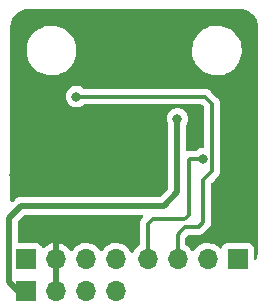
<source format=gbr>
%TF.GenerationSoftware,KiCad,Pcbnew,(6.0.0)*%
%TF.CreationDate,2022-05-15T17:50:44-05:00*%
%TF.ProjectId,MiCS_Sensor,4d694353-5f53-4656-9e73-6f722e6b6963,rev?*%
%TF.SameCoordinates,Original*%
%TF.FileFunction,Copper,L2,Bot*%
%TF.FilePolarity,Positive*%
%FSLAX46Y46*%
G04 Gerber Fmt 4.6, Leading zero omitted, Abs format (unit mm)*
G04 Created by KiCad (PCBNEW (6.0.0)) date 2022-05-15 17:50:44*
%MOMM*%
%LPD*%
G01*
G04 APERTURE LIST*
%TA.AperFunction,ComponentPad*%
%ADD10R,1.700000X1.700000*%
%TD*%
%TA.AperFunction,ComponentPad*%
%ADD11O,1.700000X1.700000*%
%TD*%
%TA.AperFunction,ViaPad*%
%ADD12C,0.800000*%
%TD*%
%TA.AperFunction,Conductor*%
%ADD13C,0.500000*%
%TD*%
%TA.AperFunction,Conductor*%
%ADD14C,0.300000*%
%TD*%
G04 APERTURE END LIST*
D10*
%TO.P,J3,1,Pin_1*%
%TO.N,/BOOT*%
X148844000Y-89662000D03*
D11*
%TO.P,J3,2,Pin_2*%
%TO.N,GND*%
X151384000Y-89662000D03*
%TO.P,J3,3,Pin_3*%
%TO.N,/TX*%
X153924000Y-89662000D03*
%TO.P,J3,4,Pin_4*%
%TO.N,/RX*%
X156464000Y-89662000D03*
%TD*%
D10*
%TO.P,J2,1,Pin_1*%
%TO.N,+3V3*%
X148844000Y-92330000D03*
D11*
%TO.P,J2,2,Pin_2*%
%TO.N,GND*%
X151384000Y-92330000D03*
%TO.P,J2,3,Pin_3*%
%TO.N,/SCL*%
X153924000Y-92330000D03*
%TO.P,J2,4,Pin_4*%
%TO.N,/SDA*%
X156464000Y-92330000D03*
%TD*%
D10*
%TO.P,J1,1,Pin_1*%
%TO.N,+BATT*%
X166751000Y-89662000D03*
D11*
%TO.P,J1,2,Pin_2*%
%TO.N,/IO2*%
X164211000Y-89662000D03*
%TO.P,J1,3,Pin_3*%
%TO.N,/IO1*%
X161671000Y-89662000D03*
%TO.P,J1,4,Pin_4*%
%TO.N,/AIN*%
X159131000Y-89662000D03*
%TD*%
D12*
%TO.N,GND*%
X159000000Y-72000000D03*
X164950000Y-87050000D03*
X158000000Y-72000000D03*
X167100000Y-87050000D03*
X157950000Y-87100000D03*
X164950000Y-84420000D03*
X156000000Y-72000000D03*
X147820000Y-82570000D03*
X157000000Y-72000000D03*
%TO.N,+3V3*%
X161650000Y-77780000D03*
%TO.N,/AIN*%
X163850000Y-81150000D03*
%TO.N,/IO1*%
X153100000Y-75900000D03*
%TD*%
D13*
%TO.N,GND*%
X151384000Y-92330000D02*
X151384000Y-89662000D01*
%TO.N,+3V3*%
X148190000Y-92330000D02*
X147420000Y-91560000D01*
X148420000Y-85160000D02*
X160510000Y-85160000D01*
X148844000Y-92330000D02*
X148190000Y-92330000D01*
X147420000Y-86160000D02*
X148420000Y-85160000D01*
X147420000Y-91560000D02*
X147420000Y-86160000D01*
X161650000Y-84020000D02*
X161650000Y-77780000D01*
X160510000Y-85160000D02*
X161650000Y-84020000D01*
D14*
%TO.N,/AIN*%
X162350000Y-86150000D02*
X162600000Y-85900000D01*
X162600000Y-81300000D02*
X162750000Y-81150000D01*
X162600000Y-83050000D02*
X162600000Y-81300000D01*
X159131000Y-86669000D02*
X159550000Y-86250000D01*
X162600000Y-85900000D02*
X162600000Y-83050000D01*
X161750000Y-86250000D02*
X162250000Y-86250000D01*
X162750000Y-81150000D02*
X163850000Y-81150000D01*
X162250000Y-86250000D02*
X162350000Y-86150000D01*
X159131000Y-89662000D02*
X159131000Y-86669000D01*
X159550000Y-86250000D02*
X161750000Y-86250000D01*
%TO.N,/IO1*%
X161900000Y-87350000D02*
X162300000Y-86950000D01*
X164599511Y-76499511D02*
X164000000Y-75900000D01*
X161671000Y-89662000D02*
X161671000Y-87579000D01*
X163450000Y-86950000D02*
X163850000Y-86550000D01*
X163850000Y-82950000D02*
X164400000Y-82400000D01*
X163850000Y-86400000D02*
X163850000Y-82950000D01*
X164400000Y-82400000D02*
X164599511Y-82200489D01*
X164000000Y-75900000D02*
X153100000Y-75900000D01*
X164599511Y-82200489D02*
X164599511Y-76499511D01*
X163850000Y-86550000D02*
X163850000Y-86400000D01*
X162300000Y-86950000D02*
X163450000Y-86950000D01*
X161671000Y-87579000D02*
X161900000Y-87350000D01*
%TD*%
%TA.AperFunction,Conductor*%
%TO.N,GND*%
G36*
X158714170Y-85938502D02*
G01*
X158760663Y-85992158D01*
X158770767Y-86062432D01*
X158741273Y-86127012D01*
X158735144Y-86133595D01*
X158723391Y-86145348D01*
X158714612Y-86153337D01*
X158707920Y-86157584D01*
X158702495Y-86163361D01*
X158659395Y-86209258D01*
X158656640Y-86212100D01*
X158636073Y-86232667D01*
X158633356Y-86236170D01*
X158625648Y-86245195D01*
X158594028Y-86278867D01*
X158590207Y-86285818D01*
X158590206Y-86285819D01*
X158583697Y-86297658D01*
X158572843Y-86314182D01*
X158565018Y-86324271D01*
X158559696Y-86331132D01*
X158556549Y-86338404D01*
X158556548Y-86338406D01*
X158541346Y-86373535D01*
X158536124Y-86384195D01*
X158513876Y-86424663D01*
X158508541Y-86445441D01*
X158502142Y-86464131D01*
X158493620Y-86483824D01*
X158492380Y-86491655D01*
X158486394Y-86529448D01*
X158483987Y-86541071D01*
X158472500Y-86585812D01*
X158472500Y-86607259D01*
X158470949Y-86626969D01*
X158467594Y-86648152D01*
X158470409Y-86677926D01*
X158471941Y-86694138D01*
X158472500Y-86705996D01*
X158472500Y-88396705D01*
X158452498Y-88464826D01*
X158412441Y-88501572D01*
X158413570Y-88503364D01*
X158409200Y-88506116D01*
X158404607Y-88508507D01*
X158225965Y-88642635D01*
X158200541Y-88669240D01*
X158132280Y-88740671D01*
X158071629Y-88804138D01*
X157945743Y-88988680D01*
X157943565Y-88993373D01*
X157943560Y-88993381D01*
X157912463Y-89060374D01*
X157865639Y-89113741D01*
X157797396Y-89133321D01*
X157729400Y-89112897D01*
X157682628Y-89057567D01*
X157665354Y-89017840D01*
X157544014Y-88830277D01*
X157393670Y-88665051D01*
X157389619Y-88661852D01*
X157389615Y-88661848D01*
X157222414Y-88529800D01*
X157222410Y-88529798D01*
X157218359Y-88526598D01*
X157182028Y-88506542D01*
X157166136Y-88497769D01*
X157022789Y-88418638D01*
X157017920Y-88416914D01*
X157017916Y-88416912D01*
X156817087Y-88345795D01*
X156817083Y-88345794D01*
X156812212Y-88344069D01*
X156807119Y-88343162D01*
X156807116Y-88343161D01*
X156597373Y-88305800D01*
X156597367Y-88305799D01*
X156592284Y-88304894D01*
X156518452Y-88303992D01*
X156374081Y-88302228D01*
X156374079Y-88302228D01*
X156368911Y-88302165D01*
X156148091Y-88335955D01*
X155935756Y-88405357D01*
X155862757Y-88443358D01*
X155747487Y-88503364D01*
X155737607Y-88508507D01*
X155733474Y-88511610D01*
X155733471Y-88511612D01*
X155563100Y-88639530D01*
X155558965Y-88642635D01*
X155533541Y-88669240D01*
X155465280Y-88740671D01*
X155404629Y-88804138D01*
X155297201Y-88961621D01*
X155242293Y-89006621D01*
X155171768Y-89014792D01*
X155108021Y-88983538D01*
X155087324Y-88959054D01*
X155006822Y-88834617D01*
X155006820Y-88834614D01*
X155004014Y-88830277D01*
X154853670Y-88665051D01*
X154849619Y-88661852D01*
X154849615Y-88661848D01*
X154682414Y-88529800D01*
X154682410Y-88529798D01*
X154678359Y-88526598D01*
X154642028Y-88506542D01*
X154626136Y-88497769D01*
X154482789Y-88418638D01*
X154477920Y-88416914D01*
X154477916Y-88416912D01*
X154277087Y-88345795D01*
X154277083Y-88345794D01*
X154272212Y-88344069D01*
X154267119Y-88343162D01*
X154267116Y-88343161D01*
X154057373Y-88305800D01*
X154057367Y-88305799D01*
X154052284Y-88304894D01*
X153978452Y-88303992D01*
X153834081Y-88302228D01*
X153834079Y-88302228D01*
X153828911Y-88302165D01*
X153608091Y-88335955D01*
X153395756Y-88405357D01*
X153322757Y-88443358D01*
X153207487Y-88503364D01*
X153197607Y-88508507D01*
X153193474Y-88511610D01*
X153193471Y-88511612D01*
X153023100Y-88639530D01*
X153018965Y-88642635D01*
X152993541Y-88669240D01*
X152925280Y-88740671D01*
X152864629Y-88804138D01*
X152757204Y-88961618D01*
X152756898Y-88962066D01*
X152701987Y-89007069D01*
X152631462Y-89015240D01*
X152567715Y-88983986D01*
X152547018Y-88959502D01*
X152466426Y-88834926D01*
X152460136Y-88826757D01*
X152316806Y-88669240D01*
X152309273Y-88662215D01*
X152142139Y-88530222D01*
X152133552Y-88524517D01*
X151947117Y-88421599D01*
X151937705Y-88417369D01*
X151736959Y-88346280D01*
X151726988Y-88343646D01*
X151655837Y-88330972D01*
X151642540Y-88332432D01*
X151638000Y-88346989D01*
X151638000Y-91000000D01*
X151130000Y-91000000D01*
X151130000Y-88345102D01*
X151126082Y-88331758D01*
X151111806Y-88329771D01*
X151073324Y-88335660D01*
X151063288Y-88338051D01*
X150860868Y-88404212D01*
X150851359Y-88408209D01*
X150662463Y-88506542D01*
X150653738Y-88512036D01*
X150483433Y-88639905D01*
X150475726Y-88646748D01*
X150398478Y-88727584D01*
X150336954Y-88763014D01*
X150266042Y-88759557D01*
X150208255Y-88718311D01*
X150189402Y-88684763D01*
X150147767Y-88573703D01*
X150144615Y-88565295D01*
X150057261Y-88448739D01*
X149940705Y-88361385D01*
X149804316Y-88310255D01*
X149742134Y-88303500D01*
X148304500Y-88303500D01*
X148236379Y-88283498D01*
X148189886Y-88229842D01*
X148178500Y-88177500D01*
X148178500Y-86526371D01*
X148198502Y-86458250D01*
X148215405Y-86437276D01*
X148697276Y-85955405D01*
X148759588Y-85921379D01*
X148786371Y-85918500D01*
X158646049Y-85918500D01*
X158714170Y-85938502D01*
G37*
%TD.AperFunction*%
%TA.AperFunction,Conductor*%
G36*
X166970056Y-68509500D02*
G01*
X166972284Y-68509847D01*
X166984859Y-68511805D01*
X166984861Y-68511805D01*
X166993730Y-68513186D01*
X167002632Y-68512022D01*
X167002634Y-68512022D01*
X167008959Y-68511195D01*
X167034282Y-68510452D01*
X167198126Y-68522170D01*
X167203343Y-68522543D01*
X167221137Y-68525101D01*
X167411540Y-68566521D01*
X167428788Y-68571586D01*
X167611358Y-68639682D01*
X167627710Y-68647149D01*
X167693020Y-68682810D01*
X167798734Y-68740534D01*
X167813848Y-68750248D01*
X167923516Y-68832344D01*
X167969842Y-68867023D01*
X167983428Y-68878796D01*
X168121204Y-69016572D01*
X168132977Y-69030158D01*
X168249752Y-69186152D01*
X168259469Y-69201271D01*
X168352851Y-69372290D01*
X168360318Y-69388642D01*
X168428414Y-69571212D01*
X168433480Y-69588462D01*
X168474899Y-69778863D01*
X168477457Y-69796658D01*
X168489041Y-69958629D01*
X168488297Y-69976533D01*
X168488195Y-69984858D01*
X168486814Y-69993730D01*
X168487978Y-70002632D01*
X168487978Y-70002635D01*
X168490936Y-70025251D01*
X168492000Y-70041589D01*
X168492000Y-88950672D01*
X168490500Y-88970057D01*
X168488267Y-88984401D01*
X168486814Y-88993730D01*
X168487978Y-89002632D01*
X168487978Y-89002634D01*
X168488805Y-89008959D01*
X168489548Y-89034287D01*
X168477457Y-89203343D01*
X168474899Y-89221137D01*
X168433480Y-89411538D01*
X168428414Y-89428788D01*
X168360318Y-89611358D01*
X168352853Y-89627707D01*
X168352314Y-89628695D01*
X168346089Y-89640095D01*
X168295887Y-89690298D01*
X168226513Y-89705390D01*
X168159993Y-89680580D01*
X168117445Y-89623745D01*
X168109500Y-89579711D01*
X168109500Y-88763866D01*
X168102745Y-88701684D01*
X168051615Y-88565295D01*
X167964261Y-88448739D01*
X167847705Y-88361385D01*
X167711316Y-88310255D01*
X167649134Y-88303500D01*
X165852866Y-88303500D01*
X165790684Y-88310255D01*
X165654295Y-88361385D01*
X165537739Y-88448739D01*
X165450385Y-88565295D01*
X165447233Y-88573703D01*
X165405919Y-88683907D01*
X165363277Y-88740671D01*
X165296716Y-88765371D01*
X165227367Y-88750163D01*
X165194743Y-88724476D01*
X165144151Y-88668875D01*
X165144142Y-88668866D01*
X165140670Y-88665051D01*
X165136619Y-88661852D01*
X165136615Y-88661848D01*
X164969414Y-88529800D01*
X164969410Y-88529798D01*
X164965359Y-88526598D01*
X164929028Y-88506542D01*
X164913136Y-88497769D01*
X164769789Y-88418638D01*
X164764920Y-88416914D01*
X164764916Y-88416912D01*
X164564087Y-88345795D01*
X164564083Y-88345794D01*
X164559212Y-88344069D01*
X164554119Y-88343162D01*
X164554116Y-88343161D01*
X164344373Y-88305800D01*
X164344367Y-88305799D01*
X164339284Y-88304894D01*
X164265452Y-88303992D01*
X164121081Y-88302228D01*
X164121079Y-88302228D01*
X164115911Y-88302165D01*
X163895091Y-88335955D01*
X163682756Y-88405357D01*
X163609757Y-88443358D01*
X163494487Y-88503364D01*
X163484607Y-88508507D01*
X163480474Y-88511610D01*
X163480471Y-88511612D01*
X163310100Y-88639530D01*
X163305965Y-88642635D01*
X163280541Y-88669240D01*
X163212280Y-88740671D01*
X163151629Y-88804138D01*
X163044201Y-88961621D01*
X162989293Y-89006621D01*
X162918768Y-89014792D01*
X162855021Y-88983538D01*
X162834324Y-88959054D01*
X162753822Y-88834617D01*
X162753820Y-88834614D01*
X162751014Y-88830277D01*
X162600670Y-88665051D01*
X162596619Y-88661852D01*
X162596615Y-88661848D01*
X162429412Y-88529799D01*
X162425359Y-88526598D01*
X162420841Y-88524104D01*
X162420835Y-88524100D01*
X162394605Y-88509620D01*
X162344635Y-88459187D01*
X162329500Y-88399312D01*
X162329500Y-87903950D01*
X162349502Y-87835829D01*
X162366405Y-87814855D01*
X162394928Y-87786332D01*
X162535854Y-87645405D01*
X162598166Y-87611379D01*
X162624949Y-87608500D01*
X163367944Y-87608500D01*
X163379800Y-87609059D01*
X163379803Y-87609059D01*
X163387537Y-87610788D01*
X163458369Y-87608562D01*
X163462327Y-87608500D01*
X163491432Y-87608500D01*
X163495832Y-87607944D01*
X163507664Y-87607012D01*
X163553831Y-87605562D01*
X163574421Y-87599580D01*
X163593782Y-87595570D01*
X163600770Y-87594688D01*
X163607204Y-87593875D01*
X163607205Y-87593875D01*
X163615064Y-87592882D01*
X163622429Y-87589966D01*
X163622433Y-87589965D01*
X163658021Y-87575874D01*
X163669231Y-87572035D01*
X163713600Y-87559145D01*
X163732065Y-87548225D01*
X163749805Y-87539534D01*
X163769756Y-87531635D01*
X163807129Y-87504482D01*
X163817048Y-87497967D01*
X163849977Y-87478493D01*
X163849981Y-87478490D01*
X163856807Y-87474453D01*
X163871971Y-87459289D01*
X163887005Y-87446448D01*
X163904357Y-87433841D01*
X163933803Y-87398246D01*
X163941792Y-87389468D01*
X164257605Y-87073654D01*
X164266385Y-87065664D01*
X164273080Y-87061416D01*
X164321620Y-87009726D01*
X164324374Y-87006885D01*
X164344926Y-86986333D01*
X164347638Y-86982837D01*
X164355349Y-86973808D01*
X164381544Y-86945913D01*
X164386972Y-86940133D01*
X164397301Y-86921345D01*
X164408158Y-86904816D01*
X164416447Y-86894131D01*
X164416448Y-86894129D01*
X164421304Y-86887869D01*
X164439657Y-86845456D01*
X164444868Y-86834819D01*
X164467124Y-86794337D01*
X164472457Y-86773566D01*
X164478859Y-86754864D01*
X164487379Y-86735177D01*
X164494605Y-86689552D01*
X164497013Y-86677926D01*
X164506529Y-86640865D01*
X164506529Y-86640864D01*
X164508500Y-86633188D01*
X164508500Y-86611742D01*
X164510051Y-86592031D01*
X164512166Y-86578678D01*
X164513406Y-86570849D01*
X164509059Y-86524864D01*
X164508500Y-86513006D01*
X164508500Y-83274951D01*
X164528502Y-83206830D01*
X164545404Y-83185856D01*
X164806805Y-82924454D01*
X164806807Y-82924453D01*
X165007126Y-82724134D01*
X165015896Y-82716154D01*
X165015898Y-82716152D01*
X165022591Y-82711905D01*
X165071116Y-82660231D01*
X165073870Y-82657390D01*
X165094438Y-82636822D01*
X165097158Y-82633315D01*
X165104864Y-82624293D01*
X165131055Y-82596402D01*
X165136483Y-82590622D01*
X165140305Y-82583670D01*
X165146814Y-82571831D01*
X165157668Y-82555307D01*
X165165954Y-82544624D01*
X165165955Y-82544623D01*
X165170815Y-82538357D01*
X165189165Y-82495953D01*
X165194380Y-82485308D01*
X165216635Y-82444826D01*
X165218605Y-82437152D01*
X165218608Y-82437145D01*
X165221966Y-82424063D01*
X165228372Y-82405351D01*
X165233744Y-82392937D01*
X165236891Y-82385666D01*
X165244119Y-82340030D01*
X165246523Y-82328419D01*
X165258011Y-82283677D01*
X165258011Y-82262231D01*
X165259562Y-82242521D01*
X165261677Y-82229167D01*
X165261677Y-82229166D01*
X165262917Y-82221337D01*
X165258570Y-82175348D01*
X165258011Y-82163493D01*
X165258011Y-76581571D01*
X165258570Y-76569714D01*
X165260300Y-76561974D01*
X165258073Y-76491110D01*
X165258011Y-76487152D01*
X165258011Y-76458079D01*
X165257458Y-76453700D01*
X165256525Y-76441857D01*
X165255323Y-76403600D01*
X165255323Y-76403599D01*
X165255074Y-76395680D01*
X165249090Y-76375082D01*
X165245082Y-76355729D01*
X165244643Y-76352254D01*
X165242393Y-76334447D01*
X165225386Y-76291493D01*
X165221540Y-76280258D01*
X165210869Y-76243527D01*
X165210868Y-76243524D01*
X165208656Y-76235911D01*
X165197736Y-76217446D01*
X165189045Y-76199706D01*
X165181146Y-76179755D01*
X165153993Y-76142382D01*
X165147478Y-76132463D01*
X165128004Y-76099534D01*
X165128001Y-76099530D01*
X165123964Y-76092704D01*
X165108800Y-76077540D01*
X165095959Y-76062506D01*
X165088012Y-76051568D01*
X165083352Y-76045154D01*
X165047758Y-76015708D01*
X165038979Y-76007719D01*
X164523655Y-75492395D01*
X164515665Y-75483615D01*
X164515663Y-75483613D01*
X164511416Y-75476920D01*
X164459742Y-75428395D01*
X164456901Y-75425641D01*
X164436333Y-75405073D01*
X164432826Y-75402353D01*
X164423804Y-75394647D01*
X164395913Y-75368456D01*
X164390133Y-75363028D01*
X164383181Y-75359206D01*
X164371342Y-75352697D01*
X164354818Y-75341843D01*
X164344132Y-75333555D01*
X164337868Y-75328696D01*
X164330596Y-75325549D01*
X164330594Y-75325548D01*
X164295465Y-75310346D01*
X164284805Y-75305124D01*
X164251284Y-75286695D01*
X164251282Y-75286694D01*
X164244337Y-75282876D01*
X164223559Y-75277541D01*
X164204869Y-75271142D01*
X164185176Y-75262620D01*
X164139552Y-75255394D01*
X164127929Y-75252987D01*
X164099928Y-75245798D01*
X164083188Y-75241500D01*
X164061741Y-75241500D01*
X164042031Y-75239949D01*
X164028677Y-75237834D01*
X164020848Y-75236594D01*
X163974859Y-75240941D01*
X163963004Y-75241500D01*
X153780224Y-75241500D01*
X153712103Y-75221498D01*
X153706163Y-75217436D01*
X153705909Y-75217251D01*
X153556752Y-75108882D01*
X153550724Y-75106198D01*
X153550722Y-75106197D01*
X153388319Y-75033891D01*
X153388318Y-75033891D01*
X153382288Y-75031206D01*
X153288888Y-75011353D01*
X153201944Y-74992872D01*
X153201939Y-74992872D01*
X153195487Y-74991500D01*
X153004513Y-74991500D01*
X152998061Y-74992872D01*
X152998056Y-74992872D01*
X152911112Y-75011353D01*
X152817712Y-75031206D01*
X152811682Y-75033891D01*
X152811681Y-75033891D01*
X152649278Y-75106197D01*
X152649276Y-75106198D01*
X152643248Y-75108882D01*
X152488747Y-75221134D01*
X152484326Y-75226044D01*
X152484325Y-75226045D01*
X152374589Y-75347920D01*
X152360960Y-75363056D01*
X152265473Y-75528444D01*
X152206458Y-75710072D01*
X152186496Y-75900000D01*
X152187186Y-75906565D01*
X152197818Y-76007719D01*
X152206458Y-76089928D01*
X152265473Y-76271556D01*
X152360960Y-76436944D01*
X152365378Y-76441851D01*
X152365379Y-76441852D01*
X152484325Y-76573955D01*
X152488747Y-76578866D01*
X152643248Y-76691118D01*
X152649276Y-76693802D01*
X152649278Y-76693803D01*
X152742631Y-76735366D01*
X152817712Y-76768794D01*
X152911112Y-76788647D01*
X152998056Y-76807128D01*
X152998061Y-76807128D01*
X153004513Y-76808500D01*
X153195487Y-76808500D01*
X153201939Y-76807128D01*
X153201944Y-76807128D01*
X153288888Y-76788647D01*
X153382288Y-76768794D01*
X153457369Y-76735366D01*
X153550722Y-76693803D01*
X153550724Y-76693802D01*
X153556752Y-76691118D01*
X153706163Y-76582564D01*
X153773031Y-76558706D01*
X153780224Y-76558500D01*
X163675050Y-76558500D01*
X163743171Y-76578502D01*
X163764145Y-76595405D01*
X163904106Y-76735366D01*
X163938132Y-76797678D01*
X163941011Y-76824461D01*
X163941011Y-80115500D01*
X163921009Y-80183621D01*
X163867353Y-80230114D01*
X163815011Y-80241500D01*
X163754513Y-80241500D01*
X163748061Y-80242872D01*
X163748056Y-80242872D01*
X163661112Y-80261353D01*
X163567712Y-80281206D01*
X163561682Y-80283891D01*
X163561681Y-80283891D01*
X163399278Y-80356197D01*
X163399276Y-80356198D01*
X163393248Y-80358882D01*
X163387907Y-80362762D01*
X163387906Y-80362763D01*
X163243837Y-80467436D01*
X163176969Y-80491294D01*
X163169776Y-80491500D01*
X162832056Y-80491500D01*
X162820200Y-80490941D01*
X162820197Y-80490941D01*
X162812463Y-80489212D01*
X162757446Y-80490941D01*
X162741631Y-80491438D01*
X162737673Y-80491500D01*
X162708568Y-80491500D01*
X162704168Y-80492056D01*
X162692336Y-80492988D01*
X162646169Y-80494438D01*
X162625579Y-80500420D01*
X162606218Y-80504430D01*
X162599230Y-80505312D01*
X162592796Y-80506125D01*
X162592795Y-80506125D01*
X162584936Y-80507118D01*
X162577571Y-80510034D01*
X162569887Y-80512007D01*
X162569316Y-80509784D01*
X162510175Y-80515200D01*
X162447198Y-80482423D01*
X162411938Y-80420801D01*
X162408500Y-80391570D01*
X162408500Y-78316999D01*
X162425381Y-78253999D01*
X162481223Y-78157279D01*
X162481224Y-78157278D01*
X162484527Y-78151556D01*
X162543542Y-77969928D01*
X162563504Y-77780000D01*
X162543542Y-77590072D01*
X162484527Y-77408444D01*
X162389040Y-77243056D01*
X162261253Y-77101134D01*
X162106752Y-76988882D01*
X162100724Y-76986198D01*
X162100722Y-76986197D01*
X161938319Y-76913891D01*
X161938318Y-76913891D01*
X161932288Y-76911206D01*
X161838887Y-76891353D01*
X161751944Y-76872872D01*
X161751939Y-76872872D01*
X161745487Y-76871500D01*
X161554513Y-76871500D01*
X161548061Y-76872872D01*
X161548056Y-76872872D01*
X161461113Y-76891353D01*
X161367712Y-76911206D01*
X161361682Y-76913891D01*
X161361681Y-76913891D01*
X161199278Y-76986197D01*
X161199276Y-76986198D01*
X161193248Y-76988882D01*
X161038747Y-77101134D01*
X160910960Y-77243056D01*
X160815473Y-77408444D01*
X160756458Y-77590072D01*
X160736496Y-77780000D01*
X160756458Y-77969928D01*
X160815473Y-78151556D01*
X160818776Y-78157278D01*
X160818777Y-78157279D01*
X160874619Y-78253999D01*
X160891500Y-78316999D01*
X160891500Y-83653629D01*
X160871498Y-83721750D01*
X160854595Y-83742724D01*
X160232724Y-84364595D01*
X160170412Y-84398621D01*
X160143629Y-84401500D01*
X148487070Y-84401500D01*
X148468120Y-84400067D01*
X148453885Y-84397901D01*
X148453881Y-84397901D01*
X148446651Y-84396801D01*
X148439359Y-84397394D01*
X148439356Y-84397394D01*
X148393982Y-84401085D01*
X148383767Y-84401500D01*
X148375707Y-84401500D01*
X148372073Y-84401924D01*
X148372067Y-84401924D01*
X148359042Y-84403443D01*
X148347480Y-84404791D01*
X148343132Y-84405221D01*
X148321059Y-84407016D01*
X148277662Y-84410546D01*
X148277659Y-84410547D01*
X148270364Y-84411140D01*
X148263400Y-84413396D01*
X148257461Y-84414583D01*
X148251590Y-84415970D01*
X148244319Y-84416818D01*
X148237443Y-84419314D01*
X148237434Y-84419316D01*
X148175702Y-84441725D01*
X148171598Y-84443135D01*
X148102101Y-84465648D01*
X148095846Y-84469444D01*
X148090387Y-84471943D01*
X148084939Y-84474671D01*
X148078063Y-84477167D01*
X148017010Y-84517195D01*
X148013337Y-84519513D01*
X147950893Y-84557405D01*
X147942517Y-84564802D01*
X147942493Y-84564775D01*
X147939499Y-84567430D01*
X147936268Y-84570132D01*
X147930148Y-84574144D01*
X147925116Y-84579456D01*
X147876872Y-84630383D01*
X147874494Y-84632825D01*
X147723095Y-84784224D01*
X147660783Y-84818250D01*
X147589968Y-84813185D01*
X147533132Y-84770638D01*
X147508321Y-84704118D01*
X147508000Y-84695129D01*
X147508000Y-72132703D01*
X148890743Y-72132703D01*
X148928268Y-72417734D01*
X149004129Y-72695036D01*
X149116923Y-72959476D01*
X149264561Y-73206161D01*
X149444313Y-73430528D01*
X149652851Y-73628423D01*
X149886317Y-73796186D01*
X149890112Y-73798195D01*
X149890113Y-73798196D01*
X149911869Y-73809715D01*
X150140392Y-73930712D01*
X150410373Y-74029511D01*
X150691264Y-74090755D01*
X150719841Y-74093004D01*
X150914282Y-74108307D01*
X150914291Y-74108307D01*
X150916739Y-74108500D01*
X151072271Y-74108500D01*
X151074407Y-74108354D01*
X151074418Y-74108354D01*
X151282548Y-74094165D01*
X151282554Y-74094164D01*
X151286825Y-74093873D01*
X151291020Y-74093004D01*
X151291022Y-74093004D01*
X151427583Y-74064724D01*
X151568342Y-74035574D01*
X151839343Y-73939607D01*
X152094812Y-73807750D01*
X152098313Y-73805289D01*
X152098317Y-73805287D01*
X152212417Y-73725096D01*
X152330023Y-73642441D01*
X152540622Y-73446740D01*
X152722713Y-73224268D01*
X152872927Y-72979142D01*
X152988483Y-72715898D01*
X153067244Y-72439406D01*
X153107751Y-72154784D01*
X153107845Y-72136951D01*
X153107867Y-72132703D01*
X162890743Y-72132703D01*
X162928268Y-72417734D01*
X163004129Y-72695036D01*
X163116923Y-72959476D01*
X163264561Y-73206161D01*
X163444313Y-73430528D01*
X163652851Y-73628423D01*
X163886317Y-73796186D01*
X163890112Y-73798195D01*
X163890113Y-73798196D01*
X163911869Y-73809715D01*
X164140392Y-73930712D01*
X164410373Y-74029511D01*
X164691264Y-74090755D01*
X164719841Y-74093004D01*
X164914282Y-74108307D01*
X164914291Y-74108307D01*
X164916739Y-74108500D01*
X165072271Y-74108500D01*
X165074407Y-74108354D01*
X165074418Y-74108354D01*
X165282548Y-74094165D01*
X165282554Y-74094164D01*
X165286825Y-74093873D01*
X165291020Y-74093004D01*
X165291022Y-74093004D01*
X165427583Y-74064724D01*
X165568342Y-74035574D01*
X165839343Y-73939607D01*
X166094812Y-73807750D01*
X166098313Y-73805289D01*
X166098317Y-73805287D01*
X166212417Y-73725096D01*
X166330023Y-73642441D01*
X166540622Y-73446740D01*
X166722713Y-73224268D01*
X166872927Y-72979142D01*
X166988483Y-72715898D01*
X167067244Y-72439406D01*
X167107751Y-72154784D01*
X167107845Y-72136951D01*
X167109235Y-71871583D01*
X167109235Y-71871576D01*
X167109257Y-71867297D01*
X167071732Y-71582266D01*
X166995871Y-71304964D01*
X166883077Y-71040524D01*
X166735439Y-70793839D01*
X166555687Y-70569472D01*
X166347149Y-70371577D01*
X166113683Y-70203814D01*
X166091843Y-70192250D01*
X166068654Y-70179972D01*
X165859608Y-70069288D01*
X165606143Y-69976533D01*
X165593658Y-69971964D01*
X165593656Y-69971963D01*
X165589627Y-69970489D01*
X165308736Y-69909245D01*
X165277685Y-69906801D01*
X165085718Y-69891693D01*
X165085709Y-69891693D01*
X165083261Y-69891500D01*
X164927729Y-69891500D01*
X164925593Y-69891646D01*
X164925582Y-69891646D01*
X164717452Y-69905835D01*
X164717446Y-69905836D01*
X164713175Y-69906127D01*
X164708980Y-69906996D01*
X164708978Y-69906996D01*
X164572416Y-69935277D01*
X164431658Y-69964426D01*
X164160657Y-70060393D01*
X163905188Y-70192250D01*
X163901687Y-70194711D01*
X163901683Y-70194713D01*
X163891594Y-70201804D01*
X163669977Y-70357559D01*
X163459378Y-70553260D01*
X163277287Y-70775732D01*
X163127073Y-71020858D01*
X163011517Y-71284102D01*
X162932756Y-71560594D01*
X162892249Y-71845216D01*
X162892227Y-71849505D01*
X162892226Y-71849512D01*
X162890765Y-72128417D01*
X162890743Y-72132703D01*
X153107867Y-72132703D01*
X153109235Y-71871583D01*
X153109235Y-71871576D01*
X153109257Y-71867297D01*
X153071732Y-71582266D01*
X152995871Y-71304964D01*
X152883077Y-71040524D01*
X152735439Y-70793839D01*
X152555687Y-70569472D01*
X152347149Y-70371577D01*
X152113683Y-70203814D01*
X152091843Y-70192250D01*
X152068654Y-70179972D01*
X151859608Y-70069288D01*
X151606143Y-69976533D01*
X151593658Y-69971964D01*
X151593656Y-69971963D01*
X151589627Y-69970489D01*
X151308736Y-69909245D01*
X151277685Y-69906801D01*
X151085718Y-69891693D01*
X151085709Y-69891693D01*
X151083261Y-69891500D01*
X150927729Y-69891500D01*
X150925593Y-69891646D01*
X150925582Y-69891646D01*
X150717452Y-69905835D01*
X150717446Y-69905836D01*
X150713175Y-69906127D01*
X150708980Y-69906996D01*
X150708978Y-69906996D01*
X150572416Y-69935277D01*
X150431658Y-69964426D01*
X150160657Y-70060393D01*
X149905188Y-70192250D01*
X149901687Y-70194711D01*
X149901683Y-70194713D01*
X149891594Y-70201804D01*
X149669977Y-70357559D01*
X149459378Y-70553260D01*
X149277287Y-70775732D01*
X149127073Y-71020858D01*
X149011517Y-71284102D01*
X148932756Y-71560594D01*
X148892249Y-71845216D01*
X148892227Y-71849505D01*
X148892226Y-71849512D01*
X148890765Y-72128417D01*
X148890743Y-72132703D01*
X147508000Y-72132703D01*
X147508000Y-70049328D01*
X147509500Y-70029943D01*
X147511805Y-70015141D01*
X147511805Y-70015139D01*
X147513186Y-70006270D01*
X147512022Y-69997366D01*
X147511195Y-69991041D01*
X147510452Y-69965713D01*
X147510545Y-69964426D01*
X147522543Y-69796657D01*
X147525101Y-69778863D01*
X147566520Y-69588462D01*
X147571586Y-69571212D01*
X147639682Y-69388642D01*
X147647149Y-69372290D01*
X147740531Y-69201271D01*
X147750248Y-69186152D01*
X147867023Y-69030158D01*
X147878796Y-69016572D01*
X148016572Y-68878796D01*
X148030158Y-68867023D01*
X148076484Y-68832344D01*
X148186152Y-68750248D01*
X148201266Y-68740534D01*
X148306980Y-68682810D01*
X148372290Y-68647149D01*
X148388642Y-68639682D01*
X148571212Y-68571586D01*
X148588460Y-68566521D01*
X148778863Y-68525101D01*
X148796658Y-68522543D01*
X148845557Y-68519046D01*
X148958631Y-68510959D01*
X148976533Y-68511703D01*
X148984858Y-68511805D01*
X148993730Y-68513186D01*
X149002632Y-68512022D01*
X149002635Y-68512022D01*
X149025251Y-68509064D01*
X149041589Y-68508000D01*
X166950672Y-68508000D01*
X166970056Y-68509500D01*
G37*
%TD.AperFunction*%
%TD*%
M02*

</source>
